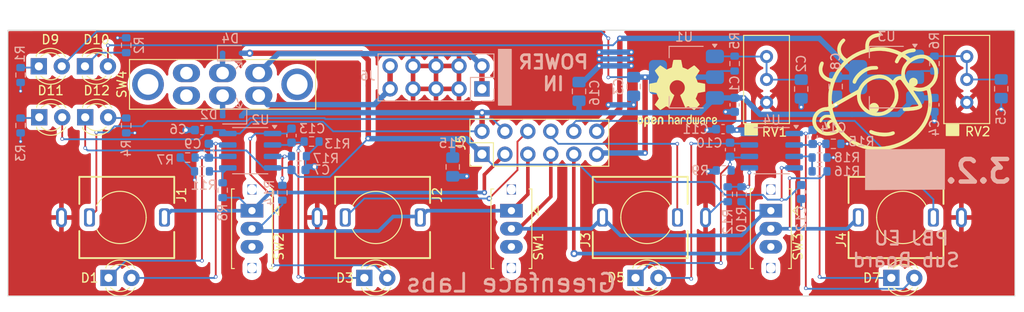
<source format=kicad_pcb>
(kicad_pcb (version 20240108) (generator "pcbnew") (generator_version "8.0")
  (title_block (title "PBJ EU Sub") (rev "3.2"))
  (layers (0 "F.Cu" signal) (31 "B.Cu" signal) (34 "B.Paste" user) (35 "F.Paste" user) (36 "B.SilkS" user "B.Silkscreen") (37 "F.SilkS" user "F.Silkscreen") (38 "B.Mask" user) (39 "F.Mask" user) (44 "Edge.Cuts" user))
  (net 0 "")
  (net 1 "GND")
  (net 2 "Tip1")
  (net 3 "SW1")
  (net 4 "Tip2")
  (net 5 "SW2")
  (net 6 "Tip3")
  (net 7 "SW3")
  (net 8 "Tip4")
  (net 9 "SW4")
  (net 10 "Net-(U1-ADJ)")
  (net 11 "Net-(U3-ADJ)")
  (net 12 "Net-(D1-KA)")
  (net 13 "Net-(D1-AK)")
  (net 14 "A Rail")
  (net 15 "Net-(D5-AK)")
  (net 16 "B Rail")
  (net 17 "Net-(D5-KA)")
  (net 18 "+12V")
  (net 19 "-12V")
  (net 20 "Net-(D3-KA)")
  (net 21 "Net-(D3-AK)")
  (net 22 "Net-(D7-AK)")
  (net 23 "Net-(D7-KA)")
  (net 24 "Net-(D9-K)")
  (net 25 "Net-(D10-K)")
  (net 26 "Net-(D11-K)")
  (net 27 "Net-(D12-A)")
  (net 28 "Net-(J6-Pin_10)")
  (net 29 "Net-(J6-Pin_1)")
  (net 30 "Net-(U2B-+)")
  (net 31 "Net-(U4B-+)")
  (net 32 "Net-(U2A-+)")
  (net 33 "Net-(U4A-+)")
  (net 39 "Net-(D2-A)")
  (net 40 "Net-(D4-K)")
  (footprint "greenface:Jack_3.5mm_QingPu_WQP-PJ398SM_Vertical" (layer "F.Cu") (at 52.4 140.75 -90)
    (property "Reference" "J1")
    (property "Value" "Thonk 3.5mm Jack")
  )
  (footprint "greenface:SW_Slide_EG1248" (layer "F.Cu") (at 67 142 -90)
    (property "Reference" "SW2")
    (property "Value" "SW_SPDT")
  )
  (footprint "Symbol:OSHW-Logo2_9.8x8mm_SilkScreen" (layer "F.Cu") (at 114.046 127)
    (property "Reference" "GR2" (hide yes))
    (property "Value" "OSWF_logo" (hide yes))
  )
  (footprint "Connector_PinHeader_2.54mm:PinHeader_2x06_P2.54mm_Vertical" (layer "F.Cu") (at 92.44 133.74 90)
    (property "Reference" "J5")
    (property "Value" "Conn_02x06_Odd_Even")
  )
  (footprint "LED_THT:LED_D3.0mm" (layer "F.Cu") (at 51.13 147.45)
    (property "Reference" "D1")
    (property "Value" "LED_RG")
  )
  (footprint "Potentiometer_THT:Potentiometer_Bourns_3296W_Vertical" (layer "F.Cu") (at 146.078 128 -90)
    (property "Reference" "RV2")
    (property "Value" "5K")
  )
  (footprint "LED_THT:LED_D3.0mm" (layer "F.Cu") (at 48.55 129.65)
    (property "Reference" "D12")
    (property "Value" "BLUE LED")
  )
  (footprint "LED_THT:LED_D3.0mm" (layer "F.Cu") (at 48.525 124)
    (property "Reference" "D10")
    (property "Value" "YELLOW LED")
  )
  (footprint "LED_THT:LED_D3.0mm" (layer "F.Cu") (at 43.465 129.65)
    (property "Reference" "D11")
    (property "Value" "RED LED")
  )
  (footprint "greenface:Jack_3.5mm_QingPu_WQP-PJ398SM_Vertical" (layer "F.Cu") (at 110.7 140.75 90)
    (property "Reference" "J3")
    (property "Value" "Thonk 3.5mm Jack")
  )
  (footprint "greenface:Jack_3.5mm_QingPu_WQP-PJ398SM_Vertical" (layer "F.Cu") (at 80.7 140.75 -90)
    (property "Reference" "J2")
    (property "Value" "Thonk 3.5mm Jack")
  )
  (footprint "greenface:SW_Slide_EG1248" (layer "F.Cu") (at 124.4 142 -90)
    (property "Reference" "SW3")
    (property "Value" "SW_SPDT")
  )
  (footprint "greenface:Jack_3.5mm_QingPu_WQP-PJ398SM_Vertical" (layer "F.Cu") (at 139 140.75 90)
    (property "Reference" "J4")
    (property "Value" "Thonk 3.5mm Jack")
  )
  (footprint "Potentiometer_THT:Potentiometer_Bourns_3296W_Vertical" (layer "F.Cu") (at 123.928 128 -90)
    (property "Reference" "RV1")
    (property "Value" "5K")
  )
  (footprint "greenface:SW_Slide_EG1248" (layer "F.Cu") (at 95.7 142 -90)
    (property "Reference" "SW1")
    (property "Value" "SW_SPDT")
  )
  (footprint "LED_THT:LED_D3.0mm" (layer "F.Cu") (at 43.42 124)
    (property "Reference" "D9")
    (property "Value" "GREEN LED")
  )
  (footprint "LED_THT:LED_D3.0mm" (layer "F.Cu") (at 137.73 147.45)
    (property "Reference" "D7")
    (property "Value" "LED_RG")
  )
  (footprint "greenface:MFS201N−9−Z" (layer "F.Cu") (at 63.75 126)
    (property "Reference" "SW4")
    (property "Value" "MFS201N-9-Z")
  )
  (footprint "LED_THT:LED_D3.0mm" (layer "F.Cu") (at 79.43 147.45)
    (property "Reference" "D3")
    (property "Value" "LED_RG")
  )
  (footprint "panel:small_face" (layer "F.Cu") (at 135.89 127.254)
    (property "Reference" "GR1" (hide yes))
    (property "Value" "small_logo" (hide yes))
  )
  (footprint "LED_THT:LED_D3.0mm" (layer "F.Cu") (at 109.43 147.45)
    (property "Reference" "D5")
    (property "Value" "LED_RG")
  )
  (footprint "Resistor_SMD:R_0603_1608Metric" (layer "B.Cu") (at 131.318 132.588 180)
    (property "Reference" "R15")
    (property "Value" "510")
  )
  (footprint "Resistor_SMD:R_0603_1608Metric" (layer "B.Cu") (at 53.086 121.666 90)
    (property "Reference" "R2")
    (property "Value" "620")
  )
  (footprint "Capacitor_SMD:C_0805_2012Metric_Pad1.18x1.45mm_HandSolder" (layer "B.Cu") (at 89.21 135.15 -90)
    (property "Reference" "C15")
    (property "Value" "22uF")
  )
  (footprint "Resistor_SMD:R_0603_1608Metric" (layer "B.Cu") (at 70.358 138.013 -90)
    (property "Reference" "R14")
    (property "Value" "1M")
  )
  (footprint "Package_TO_SOT_SMD:SOT-223-3_TabPin2" (layer "B.Cu") (at 137.208 125.2 180)
    (property "Reference" "U3")
    (property "Value" "LM317")
  )
  (footprint "Capacitor_SMD:C_0603_1608Metric" (layer "B.Cu") (at 142.494 128.27 -90)
    (property "Reference" "C4")
    (property "Value" "100nF")
  )
  (footprint "Resistor_SMD:R_0603_1608Metric" (layer "B.Cu") (at 119.189 135.536)
    (property "Reference" "R9")
    (property "Value" "510")
  )
  (footprint "Capacitor_SMD:C_0805_2012Metric_Pad1.18x1.45mm_HandSolder" (layer "B.Cu") (at 109.22 126.238 -90)
    (property "Reference" "C3")
    (property "Value" "22uF")
  )
  (footprint "Diode_SMD:D_SOD-323" (layer "B.Cu") (at 64.7925 122.55)
    (property "Reference" "D4")
    (property "Value" "1N5819WS")
  )
  (footprint "Resistor_SMD:R_0603_1608Metric" (layer "B.Cu") (at 41.402 124.968 90)
    (property "Reference" "R1")
    (property "Value" "620")
  )
  (footprint "Capacitor_SMD:C_0603_1608Metric" (layer "B.Cu") (at 120.396 128.27 -90)
    (property "Reference" "C1")
    (property "Value" "100nF")
  )
  (footprint "Resistor_SMD:R_0603_1608Metric" (layer "B.Cu") (at 53.086 130.556 -90)
    (property "Reference" "R4")
    (property "Value" "2.2K")
  )
  (footprint "Capacitor_SMD:C_0805_2012Metric_Pad1.18x1.45mm_HandSolder" (layer "B.Cu") (at 103.18 126.78 -90)
    (property "Reference" "C16")
    (property "Value" "22uF")
  )
  (footprint "Resistor_SMD:R_0603_1608Metric" (layer "B.Cu") (at 129.794 135.636)
    (property "Reference" "R16")
    (property "Value" "1M")
  )
  (footprint "Capacitor_SMD:C_0805_2012Metric_Pad1.18x1.45mm_HandSolder" (layer "B.Cu") (at 131.572 126.238 -90)
    (property "Reference" "C8")
    (property "Value" "22uF")
  )
  (footprint "Resistor_SMD:R_0603_1608Metric" (layer "B.Cu") (at 63.754 137.731 -90)
    (property "Reference" "R8")
    (property "Value" "1M")
  )
  (footprint "Package_TO_SOT_SMD:SOT-223-3_TabPin2" (layer "B.Cu") (at 115.062 125.2 180)
    (property "Reference" "U1")
    (property "Value" "LM317")
  )
  (footprint "Connector_PinHeader_2.54mm:PinHeader_2x05_P2.54mm_Vertical" (layer "B.Cu") (at 92.44 126.5 90)
    (property "Reference" "J6")
    (property "Value" "Conn_02x05_Odd_Even")
  )
  (footprint "Capacitor_SMD:C_0603_1608Metric" (layer "B.Cu") (at 72.149 135.482 180)
    (property "Reference" "C7")
    (property "Value" "100nF")
  )
  (footprint "Resistor_SMD:R_0603_1608Metric" (layer "B.Cu") (at 61.468 135.636 180)
    (property "Reference" "R11")
    (property "Value" "1M")
  )
  (footprint "Package_SO:SOIC-8_3.9x4.9mm_P1.27mm" (layer "B.Cu") (at 66.802 133.35 180)
    (property "Reference" "U2")
    (property "Value" "TL072CDR")
  )
  (footprint "Capacitor_SMD:C_0603_1608Metric" (layer "B.Cu") (at 127.762 137.922 90)
    (property "Reference" "C12")
    (property "Value" "100nF")
  )
  (footprint "Capacitor_SMD:C_0603_1608Metric" (layer "B.Cu") (at 62.23 133.35 90)
    (property "Reference" "C9")
    (property "Value" "10nF")
  )
  (footprint "Resistor_SMD:R_0603_1608Metric" (layer "B.Cu") (at 73.597 132.334 180)
    (property "Reference" "R13")
    (property "Value" "510")
  )
  (footprint "Diode_SMD:D_SOD-323" (layer "B.Cu") (at 64.8075 129.54 180)
    (property "Reference" "D2")
    (property "Value" "1N5819WS")
  )
  (footprint "Resistor_SMD:R_0603_1608Metric" (layer "B.Cu") (at 142.498 123.698 90)
    (property "Reference" "R6")
    (property "Value" "620")
  )
  (footprint "Capacitor_SMD:C_0603_1608Metric" (layer "B.Cu") (at 61.455 131.064 180)
    (property "Reference" "C6")
    (property "Value" "100nF")
  )
  (footprint "Resistor_SMD:R_0603_1608Metric" (layer "B.Cu") (at 59.881 134.112)
    (property "Reference" "R7")
    (property "Value" "510")
  )
  (footprint "Capacitor_SMD:C_0603_1608Metric" (layer "B.Cu") (at 119.113 130.964 180)
    (property "Reference" "C11")
    (property "Value" "100nF")
  )
  (footprint "Resistor_SMD:R_0603_1608Metric" (layer "B.Cu") (at 119.634 138.176 -90)
    (property "Reference" "R12")
    (property "Value" "1M")
  )
  (footprint "Resistor_SMD:R_0603_1608Metric" (layer "B.Cu") (at 72.199 133.958)
    (property "Reference" "R17")
    (property "Value" "1M")
  )
  (footprint "Capacitor_SMD:C_0603_1608Metric" (layer "B.Cu") (at 129.032 131.826 90)
    (property "Reference" "C14")
    (property "Value" "10nF")
  )
  (footprint "Resistor_SMD:R_0603_1608Metric" (layer "B.Cu") (at 120.396 123.698 90)
    (property "Reference" "R5")
    (property "Value" "620")
  )
  (footprint "Capacitor_SMD:C_0603_1608Metric" (layer "B.Cu") (at 119.888 133.237 90)
    (property "Reference" "C10")
    (property "Value" "10nF")
  )
  (footprint "Package_SO:SOIC-8_3.9x4.9mm_P1.27mm" (layer "B.Cu") (at 124.5 133.35 180)
    (property "Reference" "U4")
    (property "Value" "TL072CDR")
  )
  (footprint "Capacitor_SMD:C_0603_1608Metric" (layer "B.Cu") (at 71.374 131.672 90)
    (property "Reference" "C13")
    (property "Value" "10nF")
  )
  (footprint "Capacitor_SMD:C_0805_2012Metric_Pad1.18x1.45mm_HandSolder" (layer "B.Cu") (at 149.888 126.492 -90)
    (property "Reference" "C5")
    (property "Value" "10uF")
  )
  (footprint "Resistor_SMD:R_0603_1608Metric" (layer "B.Cu") (at 129.794 134.112)
    (property "Reference" "R18")
    (property "Value" "1M")
  )
  (footprint "Resistor_SMD:R_0603_1608Metric" (layer "B.Cu") (at 41.402 130.556 -90)
    (property "Reference" "R3")
    (property "Value" "2.2K")
  )
  (footprint "Capacitor_SMD:C_0805_2012Metric_Pad1.18x1.45mm_HandSolder" (layer "B.Cu") (at 127.762 126.5135 -90)
    (property "Reference" "C2")
    (property "Value" "10uF")
  )
  (footprint "Resistor_SMD:R_0603_1608Metric" (layer "B.Cu") (at 121.158 138.176 -90)
    (property "Reference" "R10")
    (property "Value" "1M")
  )
  (gr_line (start 65.72 128.61) (end 65.93 128.14) (stroke (width 0.12)) (layer "B.SilkS"))
  (gr_line (start 65.225 124.265) (end 65.845 123.625) (stroke (width 0.12)) (layer "B.SilkS"))
  (gr_line (start 65.835 123.605) (end 65.33 123.6) (stroke (width 0.12)) (layer "B.SilkS"))
  (gr_line (start 65.29 127.52) (end 65.72 128.61) (stroke (width 0.12)) (layer "B.SilkS"))
  (gr_rect (start 94.27 122.13) (end 95.68 128.3) (stroke (width 0.12)) (fill solid) (layer "B.SilkS"))
  (gr_line (start 65.875 123.615) (end 65.87 124.07) (stroke (width 0.12)) (layer "B.SilkS"))
  (gr_poly (pts (xy 143.606088 137.614055) (xy 134.874 137.668) (xy 134.883713 133.249644) (xy 143.615801 133.195699)) (stroke (width 0.1)) (fill solid) (layer "B.SilkS"))
  (gr_line (start 65.72 128.61) (end 65.19 128.38) (stroke (width 0.12)) (layer "B.SilkS"))
  (gr_rect (start 143.81 130.45) (end 145.19 131.67) (stroke (width 0.12)) (fill solid) (layer "F.SilkS"))
  (gr_rect (start 121.53 130.39) (end 122.91 131.61) (stroke (width 0.12)) (fill solid) (layer "F.SilkS"))
  (gr_rect (start 40 120) (end 151.4 149.45) (stroke (width 0.1)) (fill none) (layer "Edge.Cuts"))
  (gr_text "3.2." (at 147.32 135.636 0) (layer "B.SilkS") (effects (font (size 2.5 2.5) (thickness 0.5)) (justify mirror)))
  (gr_text "POWER\nIN" (at 100.35 124.74 0) (layer "B.SilkS") (effects (font (size 1.5 1.5) (thickness 0.3)) (justify mirror)))
  (gr_text "Greenface Labs" (at 95.66 148.01 0) (layer "B.SilkS") (effects (font (size 2 2) (thickness 0.3)) (justify mirror)))
  (gr_text "PBJ EU \nSub Board" (at 139.37 144.27 0) (layer "B.SilkS") (effects (font (size 1.5 1.5) (thickness 0.25)) (justify mirror)))
  (via (at 131.318 134.112) (size 0.4) (drill 0.25) (layers "F.Cu" "B.Cu") (net 1))
  (via (at 108.966 123.19) (size 0.6) (drill 0.3) (layers "F.Cu" "B.Cu") (net 1))
  (via (at 142.494 130.048) (size 0.6) (drill 0.3) (layers "F.Cu" "B.Cu") (net 1))
  (via (at 41.402 132.334) (size 0.4) (drill 0.25) (layers "F.Cu" "B.Cu") (net 1))
  (via (at 119.393 129.045) (size 0.6) (drill 0.3) (layers "F.Cu" "B.Cu") (net 1))
  (via (at 41.402 126.746) (size 0.4) (drill 0.25) (layers "F.Cu" "B.Cu") (net 1))
  (via (at 73.914 135.128) (size 0.8) (drill 0.4) (layers "F.Cu" "B.Cu") (net 1))
  (via (at 54.039 131.381) (size 0.4) (drill 0.25) (layers "F.Cu" "B.Cu") (net 1))
  (via (at 59.69 131.064) (size 0.8) (drill 0.4) (layers "F.Cu" "B.Cu") (net 1))
  (via (at 105.41 122.428) (size 0.6) (drill 0.3) (layers "F.Cu" "B.Cu") (net 1))
  (via (at 117.348 131.064) (size 0.6) (drill 0.3) (layers "F.Cu" "B.Cu") (net 1))
  (via (at 105.41 123.952) (size 0.6) (drill 0.3) (layers "F.Cu" "B.Cu") (net 1))
  (via (at 117.475 135.636) (size 0.6) (drill 0.3) (layers "F.Cu" "B.Cu") (net 1))
  (via (at 127.762 139.7) (size 0.4) (drill 0.25) (layers "F.Cu" "B.Cu") (net 1))
  (via (at 131.572 128.27) (size 0.6) (drill 0.3) (layers "F.Cu" "B.Cu") (net 1))
  (via (at 149.888 128.75) (size 0.6) (drill 0.3) (layers "F.Cu" "B.Cu") (net 1))
  (via (at 60.643 136.589) (size 0.4) (drill 0.25) (layers "F.Cu" "B.Cu") (net 1))
  (via (at 109.22 128.27) (size 0.6) (drill 0.3) (layers "F.Cu" "B.Cu") (net 1))
  (via (at 127.762 128.524) (size 0.6) (drill 0.3) (layers "F.Cu" "B.Cu") (net 1))
  (via (at 105.41 123.19) (size 0.6) (drill 0.3) (layers "F.Cu" "B.Cu") (net 1))
  (via (at 108.966 123.952) (size 0.6) (drill 0.3) (layers "F.Cu" "B.Cu") (net 1))
  (via (at 106.426 128.27) (size 0.6) (drill 0.3) (layers "F.Cu" "B.Cu") (net 1))
  (via (at 52.133 120.841) (size 0.4) (drill 0.25) (layers "F.Cu" "B.Cu") (net 1))
  (via (at 90.76 136.18) (size 0.6) (drill 0.3) (layers "F.Cu" "B.Cu") (net 1))
  (via (at 132.842 132.588) (size 0.4) (drill 0.25) (layers "F.Cu" "B.Cu") (net 1))
  (via (at 108.966 122.428) (size 0.6) (drill 0.3) (layers "F.Cu" "B.Cu") (net 1))
  (segment (start 59.056 134.112) (end 59.119 134.112) (width 0.2) (layer "B.Cu") (net 1))
  (segment (start 118.338 131.064) (end 117.348 131.064) (width 0.6) (layer "B.Cu") (net 1))
  (segment (start 149.888 127.5295) (end 149.888 128.75) (width 0.2) (layer "B.Cu") (net 1))
  (segment (start 105.41 123.19) (end 108.966 123.19) (width 0.6) (layer "B.Cu") (net 1))
  (segment (start 74.168 132.814) (end 73.024 133.958) (width 0.2) (layer "B.Cu") (net 1))
  (segment (start 60.68 131.064) (end 59.69 131.064) (width 0.6) (layer "B.Cu") (net 1))
  (segment (start 120.396 129.045) (end 119.393 129.045) (width 0.6) (layer "B.Cu") (net 1))
  (segment (start 89.21 136.1875) (end 90.7525 136.1875) (width 0.6) (layer "B.Cu") (net 1))
  (segment (start 53.086 131.381) (end 54.039 131.381) (width 0.2) (layer "B.Cu") (net 1))
  (segment (start 131.572 127.2755) (end 131.572 128.27) (width 0.6) (layer "B.Cu") (net 1))
  (segment (start 119.634 139.001) (end 118.929 139.001) (width 0.2) (layer "B.Cu") (net 1))
  (segment (start 118.929 139.001) (end 117.18 140.75) (width 0.2) (layer "B.Cu") (net 1))
  (segment (start 109.22 127.2755) (end 109.22 128.27) (width 0.6) (layer "B.Cu") (net 1))
  (segment (start 117.475 135.636) (end 118.364 135.636) (width 0.6) (layer "B.Cu") (net 1))
  (segment (start 59.119 134.112) (end 60.643 135.636) (width 0.2) (layer "B.Cu") (net 1))
  (segment (start 90.7525 136.1875) (end 90.76 136.18) (width 0.6) (layer "B.Cu") (net 1))
  (segment (start 72.924 135.482) (end 72.924 134.058) (width 0.2) (layer "B.Cu") (net 1))
  (segment (start 127.762 127.551) (end 127.762 128.524) (width 0.6) (layer "B.Cu") (net 1))
  (segment (start 132.143 132.588) (end 132.842 132.588) (width 0.2) (layer "B.Cu") (net 1))
  (segment (start 41.402 125.793) (end 41.402 126.746) (width 0.2) (layer "B.Cu") (net 1))
  (segment (start 74.168 132.588) (end 74.168 132.814) (width 0.2) (layer "B.Cu") (net 1))
  (segment (start 103.18 125.7425) (end 103.6195 125.7425) (width 0.6) (layer "B.Cu") (net 1))
  (segment (start 73.178 135.128) (end 73.914 135.128) (width 0.6) (layer "B.Cu") (net 1))
  (segment (start 74.422 132.334) (end 74.168 132.588) (width 0.2) (layer "B.Cu") (net 1))
  (segment (start 41.402 131.381) (end 41.402 132.334) (width 0.2) (layer "B.Cu") (net 1))
  (segment (start 130.619 134.112) (end 131.318 134.112) (width 0.2) (layer "B.Cu") (net 1))
  (segment (start 109.22 128.27) (end 106.426 128.27) (width 0.6) (layer "B.Cu") (net 1))
  (segment (start 60.643 135.636) (end 60.643 136.589) (width 0.2) (layer "B.Cu") (net 1))
  (segment (start 53.086 120.841) (end 52.133 120.841) (width 0.2) (layer "B.Cu") (net 1))
  (segment (start 103.6195 125.7425) (end 105.41 123.952) (width 0.6) (layer "B.Cu") (net 1))
  (segment (start 142.494 129.045) (end 142.494 130.048) (width 0.6) (layer "B.Cu") (net 1))
  (segment (start 105.41 123.952) (end 108.966 123.952) (width 0.6) (layer "B.Cu") (net 1))
  (segment (start 105.41 122.428) (end 108.966 122.428) (width 0.6) (layer "B.Cu") (net 1))
  (segment (start 72.924 135.382) (end 73.178 135.128) (width 0.6) (layer "B.Cu") (net 1))
  (segment (start 127.762 138.697) (end 127.762 139.7) (width 0.2) (layer "B.Cu") (net 1))
  (segment (start 72.924 134.058) (end 73.024 133.958) (width 0.2) (layer "B.Cu") (net 1))
  (segment (start 92.71 137.988) (end 92.71 136.01) (width 0.4) (layer "F.Cu") (net 2))
  (segment (start 92.71 136.01) (end 94.98 133.74) (width 0.4) (layer "F.Cu") (net 2))
  (via (at 92.71 137.988) (size 0.6) (drill 0.3) (layers "F.Cu" "B.Cu") (net 2))
  (segment (start 92.71 137.988) (end 69.012 137.988) (width 0.4) (layer "B.Cu") (net 2))
  (segment (start 57.305 140.765) (end 57.32 140.75) (width 0.2) (layer "B.Cu") (net 2))
  (segment (start 58.07 140) (end 67 140) (width 0.4) (layer "B.Cu") (net 2))
  (segment (start 56.9025 140.3325) (end 57.32 140.75) (width 0.4) (layer "B.Cu") (net 2))
  (segment (start 69.012 137.988) (end 67 140) (width 0.4) (layer "B.Cu") (net 2))
  (segment (start 65.556 138.556) (end 67 140) (width 0.2) (layer "B.Cu") (net 2))
  (segment (start 63.754 138.556) (end 65.556 138.556) (width 0.2) (layer "B.Cu") (net 2))
  (segment (start 57.32 140.75) (end 58.07 140) (width 0.4) (layer "B.Cu") (net 2))
  (segment (start 49.784 139.986) (end 49.784 131.318) (width 0.2) (layer "F.Cu") (net 3))
  (segment (start 49.02 140.75) (end 49.784 139.986) (width 0.2) (layer "F.Cu") (net 3))
  (via (at 49.784 131.318) (size 0.4) (drill 0.25) (layers "F.Cu" "B.Cu") (net 3))
  (segment (start 55.457893 130.065) (end 66.473314 130.065) (width 0.2) (layer "B.Cu") (net 3))
  (segment (start 54.882893 130.64) (end 55.457893 130.065) (width 0.2) (layer "B.Cu") (net 3))
  (segment (start 49.02 140.75) (end 49.02 140.58) (width 0.2) (layer "B.Cu") (net 3))
  (segment (start 75.027843 129.742157) (end 75.125686 129.84) (width 0.2) (layer "B.Cu") (net 3))
  (segment (start 51.797057 130.64) (end 54.882893 130.64) (width 0.2) (layer "B.Cu") (net 3))
  (segment (start 66.796157 129.742157) (end 75.027843 129.742157) (width 0.2) (layer "B.Cu") (net 3))
  (segment (start 49.784 131.318) (end 51.119057 131.318) (width 0.2) (layer "B.Cu") (net 3))
  (segment (start 66.473314 130.065) (end 66.796157 129.742157) (width 0.2) (layer "B.Cu") (net 3))
  (segment (start 51.119057 131.318) (end 51.797057 130.64) (width 0.2) (layer "B.Cu") (net 3))
  (segment (start 93.62 129.84) (end 94.98 131.2) (width 0.2) (layer "B.Cu") (net 3))
  (segment (start 75.125686 129.84) (end 93.62 129.84) (width 0.2) (layer "B.Cu") (net 3))
  (segment (start 97.52 138.18) (end 97.52 133.74) (width 0.4) (layer "F.Cu") (net 4))
  (segment (start 95.7 140) (end 97.52 138.18) (width 0.4) (layer "F.Cu") (net 4))
  (segment (start 67 142) (end 67.696 142) (width 0.2) (layer "B.Cu") (net 4))
  (segment (start 85.62 140.75) (end 86.37 140) (width 0.4) (layer "B.Cu") (net 4))
  (segment (start 67 142) (end 67.25 142.25) (width 0.4) (layer "B.Cu") (net 4))
  (segment (start 81.0125 142.25) (end 82.62 140.6425) (width 0.4) (layer "B.Cu") (net 4))
  (segment (start 85.5125 140.6425) (end 85.62 140.75) (width 0.4) (layer "B.Cu") (net 4))
  (segment (start 67.25 142.25) (end 81.0125 142.25) (width 0.4) (layer "B.Cu") (net 4))
  (segment (start 67.696 142) (end 70.358 139.338) (width 0.2) (layer "B.Cu") (net 4))
  (segment (start 70.358 139.338) (end 70.358 138.938) (width 0.2) (layer "B.Cu") (net 4))
  (segment (start 86.37 140) (end 95.7 140) (width 0.4) (layer "B.Cu") (net 4))
  (segment (start 82.62 140.6425) (end 85.5125 140.6425) (width 0.4) (layer "B.Cu") (net 4))
  (segment (start 96.37 135.502918) (end 93.25 138.622918) (width 0.2) (layer "F.Cu") (net 5))
  (segment (start 96.37 132.35) (end 96.37 135.502918) (width 0.2) (layer "F.Cu") (net 5))
  (segment (start 97.52 131.2) (end 96.37 132.35) (width 0.2) (layer "F.Cu") (net 5))
  (segment (start 93.25 138.622918) (end 93.25 138.65) (width 0.2) (layer "F.Cu") (net 5))
  (via (at 93.25 138.65) (size 0.6) (drill 0.3) (layers "F.Cu" "B.Cu") (net 5))
  (segment (start 93.25 138.65) (end 93.270489 138.629511) (width 0.2) (layer "B.Cu") (net 5))
  (segment (start 79.42 138.65) (end 93.25 138.65) (width 0.2) (layer "B.Cu") (net 5))
  (segment (start 77.32 140.75) (end 79.42 138.65) (width 0.2) (layer "B.Cu") (net 5))
  (segment (start 105.78 140.02) (end 105.78 140.75) (width 0.2) (layer "F.Cu") (net 6))
  (segment (start 95.7 142) (end 96.5 142) (width 0.4) (layer "F.Cu") (net 6))
  (segment (start 100.06 138.44) (end 100.06 133.74) (width 0.4) (layer "F.Cu") (net 6))
  (segment (start 96.5 142) (end 100.06 138.44) (width 0.4) (layer "F.Cu") (net 6))
  (segment (start 123.9 140) (end 124.4 140) (width 0.4) (layer "B.Cu") (net 6))
  (segment (start 104.53 142) (end 105.78 140.75) (width 0.4) (layer "B.Cu") (net 6))
  (segment (start 110.69 142.74) (end 121.16 142.74) (width 0.4) (layer "B.Cu") (net 6))
  (segment (start 122.157 140) (end 121.158 139.001) (width 0.2) (layer "B.Cu") (net 6))
  (segment (start 124.4 140) (end 122.157 140) (width 0.2) (layer "B.Cu") (net 6))
  (segment (start 107.77 142.74) (end 110.69 142.74) (width 0.4) (layer "B.Cu") (net 6))
  (segment (start 121.16 142.74) (end 123.9 140) (width 0.4) (layer "B.Cu") (net 6))
  (segment (start 105.78 140.75) (end 107.77 142.74) (width 0.4) (layer "B.Cu") (net 6))
  (segment (start 95.7 142) (end 104.53 142) (width 0.4) (layer "B.Cu") (net 6))
  (segment (start 114.046 132.588) (end 114.05 140.72) (width 0.2) (layer "F.Cu") (net 7))
  (via (at 114.046 132.588) (size 0.4) (drill 0.25) (layers "F.Cu" "B.Cu") (net 7))
  (segment (start 99.5 131.2) (end 100.890489 132.590489) (width 0.2) (layer "B.Cu") (net 7))
  (segment (start 100.890489 132.590489) (end 114.046 132.588) (width 0.2) (layer "B.Cu") (net 7))
  (segment (start 114.05 140.72) (end 114.08 140.75) (width 0.2) (layer "B.Cu") (net 7))
  (segment (start 126.492 136.398) (end 126.492 142) (width 0.2) (layer "F.Cu") (net 8))
  (segment (start 102.6 133.74) (end 102.6 144.71) (width 0.4) (layer "F.Cu") (net 8))
  (segment (start 102.6 144.71) (end 102.64 144.75) (width 0.4) (layer "F.Cu") (net 8))
  (via (at 126.492 136.398) (size 0.4) (drill 0.25) (layers "F.Cu" "B.Cu") (net 8))
  (via (at 126.492 142) (size 0.4) (drill 0.25) (layers "F.Cu" "B.Cu") (net 8))
  (via (at 102.64 144.75) (size 0.8) (drill 0.4) (layers "F.Cu" "B.Cu") (net 8))
  (segment (start 128.542352 136.397) (end 128.556352 136.411) (width 0.2) (layer "B.Cu") (net 8))
  (segment (start 126.492 136.398) (end 126.493 136.397) (width 0.2) (layer "B.Cu") (net 8))
  (segment (start 121 144.75) (end 123.75 142) (width 0.4) (layer "B.Cu") (net 8))
  (segment (start 129.844 136.411) (end 130.619 135.636) (width 0.2) (layer "B.Cu") (net 8))
  (segment (start 123.75 142) (end 124.4 142) (width 0.4) (layer "B.Cu") (net 8))
  (segment (start 128.556352 136.411) (end 129.844 136.411) (width 0.2) (layer "B.Cu") (net 8))
  (segment (start 132.83 142) (end 134.08 140.75) (width 0.4) (layer "B.Cu") (net 8))
  (segment (start 126.492 142) (end 126.5045 141.9875) (width 0.2) (layer "B.Cu") (net 8))
  (segment (start 126.493 136.397) (end 128.542352 136.397) (width 0.2) (layer "B.Cu") (net 8))
  (segment (start 102.64 144.75) (end 121 144.75) (width 0.4) (layer "B.Cu") (net 8))
  (segment (start 134.085 140.755) (end 134.08 140.75) (width 0.2) (layer "B.Cu") (net 8))
  (segment (start 124.4 142) (end 132.83 142) (width 0.4) (layer "B.Cu") (net 8))
  (segment (start 102.04 130.86) (end 102.04 131.2) (width 0.2) (layer "B.Cu") (net 9))
  (segment (start 133.682733 130.050489) (end 102.849511 130.050489) (width 0.2) (layer "B.Cu") (net 9))
  (segment (start 142.38 138.747756) (end 133.682733 130.050489) (width 0.2) (layer "B.Cu") (net 9))
  (segment (start 142.38 140.75) (end 142.38 138.747756) (width 0.2) (layer "B.Cu") (net 9))
  (segment (start 102.849511 130.050489) (end 102.04 130.86) (width 0.2) (layer "B.Cu") (net 9))
  (segment (start 123.928 125.46) (end 123.936 125.46) (width 0.2) (layer "B.Cu") (net 10))
  (segment (start 120.369 122.9) (end 120.396 122.873) (width 0.2) (layer "B.Cu") (net 10))
  (segment (start 120.888 122.92) (end 123.928 122.92) (width 0.2) (layer "B.Cu") (net 10))
  (segment (start 120.841 122.873) (end 120.888 122.92) (width 0.2) (layer "B.Cu") (net 10))
  (segment (start 123.928 122.92) (end 123.928 125.46) (width 0.2) (layer "B.Cu") (net 10))
  (segment (start 118.212 122.9) (end 120.369 122.9) (width 0.2) (layer "B.Cu") (net 10))
  (segment (start 123.936 125.46) (end 123.952 125.476) (width 0.2) (layer "B.Cu") (net 10))
  (segment (start 123.952 125.476) (end 127.762 125.476) (width 0.2) (layer "B.Cu") (net 10))
  (segment (start 120.396 122.873) (end 120.841 122.873) (width 0.2) (layer "B.Cu") (net 10))
  (segment (start 146.078 125.46) (end 146.078 122.92) (width 0.2) (layer "B.Cu") (net 11))
  (segment (start 142.498 122.873) (end 146.031 122.873) (width 0.2) (layer "B.Cu") (net 11))
  (segment (start 142.471 122.9) (end 142.498 122.873) (width 0.2) (layer "B.Cu") (net 11))
  (segment (start 146.078 125.46) (end 149.8825 125.46) (width 0.2) (layer "B.Cu") (net 11))
  (segment (start 146.031 122.873) (end 146.078 122.92) (width 0.2) (layer "B.Cu") (net 11))
  (segment (start 149.8825 125.46) (end 149.888 125.4545) (width 0.2) (layer "B.Cu") (net 11))
  (segment (start 140.358 122.9) (end 142.471 122.9) (width 0.2) (layer "B.Cu") (net 11))
  (segment (start 61.468 134.112) (end 61.468 145.542) (width 0.2) (layer "F.Cu") (net 12))
  (via (at 61.468 134.112) (size 0.4) (drill 0.25) (layers "F.Cu" "B.Cu") (net 12))
  (via (at 61.468 145.542) (size 0.4) (drill 0.25) (layers "F.Cu" "B.Cu") (net 12))
  (segment (start 61.468 134.112) (end 62.217 134.112) (width 0.2) (layer "B.Cu") (net 12))
  (segment (start 53.038 145.542) (end 61.468 145.542) (width 0.2) (layer "B.Cu") (net 12))
  (segment (start 62.217 134.112) (end 62.23 134.125) (width 0.2) (layer "B.Cu") (net 12))
  (segment (start 60.706 134.112) (end 61.468 134.112) (width 0.2) (layer "B.Cu") (net 12))
  (segment (start 51.13 147.45) (end 53.038 145.542) (width 0.2) (layer "B.Cu") (net 12))
  (segment (start 62.23 134.125) (end 64.187 134.125) (width 0.2) (layer "B.Cu") (net 12))
  (segment (start 64.187 134.125) (end 64.327 133.985) (width 0.2) (layer "B.Cu") (net 12))
  (segment (start 62.992 132.575) (end 62.992 147.32) (width 0.2) (layer "F.Cu") (net 13))
  (via (at 62.992 132.575) (size 0.4) (drill 0.25) (layers "F.Cu" "B.Cu") (net 13))
  (via (at 62.992 147.32) (size 0.4) (drill 0.25) (layers "F.Cu" "B.Cu") (net 13))
  (segment (start 53.67 147.45) (end 62.862 147.45) (width 0.2) (layer "B.Cu") (net 13))
  (segment (start 62.23 132.575) (end 62.992 132.575) (width 0.2) (layer "B.Cu") (net 13))
  (segment (start 62.992 132.575) (end 64.187 132.575) (width 0.2) (layer "B.Cu") (net 13))
  (segment (start 62.862 147.45) (end 62.992 147.32) (width 0.2) (layer "B.Cu") (net 13))
  (segment (start 64.187 132.575) (end 64.327 132.715) (width 0.2) (layer "B.Cu") (net 13))
  (segment (start 106.426 120.904) (end 106.426 125.222) (width 0.2) (layer "F.Cu") (net 14))
  (segment (start 110.49 125.2005) (end 110.49 133.604) (width 0.6) (layer "F.Cu") (net 14))
  (via (at 110.49 133.604) (size 0.6) (drill 0.3) (layers "F.Cu" "B.Cu") (net 14))
  (via (at 110.49 125.2005) (size 0.6) (drill 0.3) (layers "F.Cu" "B.Cu") (net 14))
  (via (at 106.426 125.222) (size 0.4) (drill 0.25) (layers "F.Cu" "B.Cu") (net 14))
  (via (at 106.426 120.904) (size 0.4) (drill 0.25) (layers "F.Cu" "B.Cu") (net 14))
  (segment (start 120.396 124.523) (end 118.889 124.523) (width 0.2) (layer "B.Cu") (net 14))
  (segment (start 105.276 133.604) (end 105.14 133.74) (width 0.6) (layer "B.Cu") (net 14))
  (segment (start 110.49 125.2005) (end 111.9115 125.2005) (width 0.6) (layer "B.Cu") (net 14))
  (segment (start 45.96 124) (end 49.819 120.141) (width 0.2) (layer "B.Cu") (net 14))
  (segment (start 109.22 125.2005) (end 110.49 125.2005) (width 0.6) (layer "B.Cu") (net 14))
  (segment (start 111.912 125.2) (end 118.212 125.2) (width 0.6) (layer "B.Cu") (net 14))
  (segment (start 49.819 120.141) (end 105.663 120.141) (width 0.2) (layer "B.Cu") (net 14))
  (segment (start 106.4475 125.2005) (end 109.22 125.2005) (width 0.2) (layer "B.Cu") (net 14))
  (segment (start 110.49 133.604) (end 105.276 133.604) (width 0.6) (layer "B.Cu") (net 14))
  (segment (start 105.663 120.141) (end 106.426 120.904) (width 0.2) (layer "B.Cu") (net 14))
  (segment (start 118.889 124.523) (end 118.212 125.2) (width 0.2) (layer "B.Cu") (net 14))
  (segment (start 106.426 125.222) (end 106.4475 125.2005) (width 0.2) (layer "B.Cu") (net 14))
  (segment (start 111.9115 125.2005) (end 111.912 125.2) (width 0.6) (layer "B.Cu") (net 14))
  (segment (start 115.596 132.562) (end 115.596 147.548) (width 0.2) (layer "F.Cu") (net 15))
  (via (at 115.596 132.562) (size 0.4) (drill 0.25) (layers "F.Cu" "B.Cu") (net 15))
  (via (at 115.596 147.548) (size 0.4) (drill 0.25) (layers "F.Cu" "B.Cu") (net 15))
  (segment (start 115.498 147.45) (end 115.596 147.548) (width 0.2) (layer "B.Cu") (net 15))
  (segment (start 111.97 147.45) (end 115.498 147.45) (width 0.2) (layer "B.Cu") (net 15))
  (segment (start 119.888 132.562) (end 115.596 132.562) (width 0.2) (layer "B.Cu") (net 15))
  (segment (start 121.872 132.562) (end 122.025 132.715) (width 0.2) (layer "B.Cu") (net 15))
  (segment (start 119.888 132.562) (end 121.872 132.562) (width 0.2) (layer "B.Cu") (net 15))
  (segment (start 51.065 124) (end 51.065 121.677) (width 0.2) (layer "F.Cu") (net 16))
  (segment (start 107.696 128.644) (end 107.696 120.904) (width 0.6) (layer "F.Cu") (net 16))
  (segment (start 105.14 131.2) (end 107.696 128.644) (width 0.6) (layer "F.Cu") (net 16))
  (via (at 107.696 120.904) (size 0.6) (drill 0.3) (layers "F.Cu" "B.Cu") (net 16))
  (via (at 51.065 121.677) (size 0.4) (drill 0.25) (layers "F.Cu" "B.Cu") (net 16))
  (segment (start 134.058 125.2) (end 131.5725 125.2) (width 0.6) (layer "B.Cu") (net 16))
  (segment (start 106.934 121.666) (end 107.696 120.904) (width 0.2) (layer "B.Cu") (net 16))
  (segment (start 51.076 121.666) (end 106.934 121.666) (width 0.2) (layer "B.Cu") (net 16))
  (segment (start 51.065 121.677) (end 51.076 121.666) (width 0.2) (layer "B.Cu") (net 16))
  (segment (start 131.5725 125.2) (end 131.572 125.2005) (width 0.6) (layer "B.Cu") (net 16))
  (segment (start 129.762 120.904) (end 134.058 125.2) (width 0.6) (layer "B.Cu") (net 16))
  (segment (start 107.696 120.904) (end 129.762 120.904) (width 0.6) (layer "B.Cu") (net 16))
  (segment (start 142.498 124.523) (end 141.035 124.523) (width 0.2) (layer "B.Cu") (net 16))
  (segment (start 134.058 125.2) (end 140.358 125.2) (width 0.6) (layer "B.Cu") (net 16))
  (segment (start 141.035 124.523) (end 140.358 125.2) (width 0.2) (layer "B.Cu") (net 16))
  (segment (start 118.872 135.89) (end 118.872 145.796) (width 0.2) (layer "F.Cu") (net 17))
  (segment (start 119.888 134.874) (end 118.872 135.89) (width 0.2) (layer "F.Cu") (net 17))
  (via (at 118.872 145.796) (size 0.4) (drill 0.25) (layers "F.Cu" "B.Cu") (net 17))
  (via (at 119.888 134.874) (size 0.4) (drill 0.25) (layers "F.Cu" "B.Cu") (net 17))
  (segment (start 111.084 145.796) (end 109.43 147.45) (width 0.2) (layer "B.Cu") (net 17))
  (segment (start 118.872 145.796) (end 111.084 145.796) (width 0.2) (layer "B.Cu") (net 17))
  (segment (start 119.888 134.112) (end 119.888 134.874) (width 0.2) (layer "B.Cu") (net 17))
  (segment (start 119.888 134.112) (end 121.898 134.112) (width 0.2) (layer "B.Cu") (net 17))
  (segment (start 119.888 135.51) (end 120.014 135.636) (width 0.2) (layer "B.Cu") (net 17))
  (segment (start 119.888 134.874) (end 119.888 135.51) (width 0.2) (layer "B.Cu") (net 17))
  (segment (start 121.898 134.112) (end 122.025 133.985) (width 0.2) (layer "B.Cu") (net 17))
  (segment (start 121.399 130.569) (end 121.399 127.495) (width 0.6) (layer "F.Cu") (net 18))
  (segment (start 92.456 131.184) (end 92.44 131.2) (width 0.6) (layer "F.Cu") (net 18))
  (segment (start 120.65 131.064) (end 121.399 130.569) (width 0.6) (layer "F.Cu") (net 18))
  (segment (start 92.456 129.14) (end 92.456 131.184) (width 0.6) (layer "F.Cu") (net 18))
  (segment (start 46.005 129.65) (end 46.005 132.049) (width 0.2) (layer "F.Cu") (net 18))
  (via (at 46.005 132.049) (size 0.4) (drill 0.25) (layers "F.Cu" "B.Cu") (net 18))
  (via (at 120.65 131.064) (size 0.6) (drill 0.3) (layers "F.Cu" "B.Cu") (net 18))
  (via (at 92.456 129.14) (size 0.8) (drill 0.4) (layers "F.Cu" "B.Cu") (net 18))
  (via (at 121.399 127.495) (size 0.6) (drill 0.3) (layers "F.Cu" "B.Cu") (net 18))
  (segment (start 62.23 131.064) (end 63.946 131.064) (width 0.2) (layer "B.Cu") (net 18))
  (segment (start 46.037 132.081) (end 46.005 132.049) (width 0.2) (layer "B.Cu") (net 18))
  (segment (start 121.644 131.064) (end 122.025 131.445) (width 0.6) (layer "B.Cu") (net 18))
  (segment (start 121.399 127.495) (end 123.228 129.324) (width 0.6) (layer "B.Cu") (net 18))
  (segment (start 140.358 127.5) (end 142.489 127.5) (width 0.6) (layer "B.Cu") (net 18))
  (segment (start 63.946 131.064) (end 64.327 131.445) (width 0.2) (layer "B.Cu") (net 18))
  (segment (start 75.37 129.14) (end 66.38 129.14) (width 0.6) (layer "B.Cu") (net 18))
  (segment (start 75.98 131.2) (end 74.867 130.147) (width 0.2) (layer "B.Cu") (net 18))
  (segment (start 66.38 129.14) (end 66.1825 129.14) (width 0.6) (layer "B.Cu") (net 18))
  (segment (start 103.18 128.82) (end 103.18 127.8175) (width 0.6) (layer "B.Cu") (net 18))
  (segment (start 119.888 131.064) (end 121.644 131.064) (width 0.6) (layer "B.Cu") (net 18))
  (segment (start 75.98 131.2) (end 92.44 131.2) (width 0.2) (layer "B.Cu") (net 18))
  (segment (start 118.212 127.5) (end 120.391 127.5) (width 0.6) (layer "B.Cu") (net 18))
  (segment (start 138.534 129.324) (end 140.358 127.5) (width 0.6) (layer "B.Cu") (net 18))
  (segment (start 74.867 130.147) (end 66.957 130.147) (width 0.2) (layer "B.Cu") (net 18))
  (segment (start 103.16 129.14) (end 116.572 129.14) (width 0.6) (layer "B.Cu") (net 18))
  (segment (start 142.489 127.5) (end 142.494 127.495) (width 0.6) (layer "B.Cu") (net 18))
  (segment (start 103.16 128.84) (end 103.18 128.82) (width 0.6) (layer "B.Cu") (net 18))
  (segment (start 62.23 131.064) (end 61.213 132.081) (width 0.2) (layer "B.Cu") (net 18))
  (segment (start 116.572 129.14) (end 118.212 127.5) (width 0.6) (layer "B.Cu") (net 18))
  (segment (start 66.957 130.147) (end 65.659 131.445) (width 0.2) (layer "B.Cu") (net 18))
  (segment (start 66.1825 129.14) (end 65.8575 129.465) (width 0.6) (layer "B.Cu") (net 18))
  (segment (start 103.16 129.14) (end 103.16 128.84) (width 0.6) (layer "B.Cu") (net 18))
  (segment (start 123.228 129.324) (end 133.37 129.324) (width 0.6) (layer "B.Cu") (net 18))
  (segment (start 133.37 129.324) (end 138.534 129.324) (width 0.6) (layer "B.Cu") (net 18))
  (segment (start 92.456 129.14) (end 75.37 129.14) (width 0.6) (layer "B.Cu") (net 18))
  (segment (start 65.659 131.445) (end 64.327 131.445) (width 0.2) (layer "B.Cu") (net 18))
  (segment (start 92.456 129.14) (end 103.16 129.14) (width 0.6) (layer "B.Cu") (net 18))
  (segment (start 61.213 132.081) (end 46.037 132.081) (width 0.2) (layer "B.Cu") (net 18))
  (segment (start 120.396 127.495) (end 121.399 127.495) (width 0.6) (layer "B.Cu") (net 18))
  (segment (start 120.391 127.5) (end 120.396 127.495) (width 0.6) (layer "B.Cu") (net 18))
  (segment (start 79.87 131.97) (end 79.84 132) (width 0.6) (layer "F.Cu") (net 19))
  (segment (start 125.595 135.255) (end 125.595 138.77) (width 0.2) (layer "F.Cu") (net 19))
  (segment (start 79.87 123.3) (end 79.87 126.14) (width 0.6) (layer "F.Cu") (net 19))
  (segment (start 79.87 126.14) (end 79.87 131.97) (width 0.6) (layer "F.Cu") (net 19))
  (segment (start 125.595 138.77) (end 125.6 138.775) (width 0.2) (layer "F.Cu") (net 19))
  (segment (start 79.12 122.55) (end 79.87 123.3) (width 0.6) (layer "F.Cu") (net 19))
  (segment (start 48.55 129.65) (end 48.55 133.06) (width 0.2) (layer "F.Cu") (net 19))
  (segment (start 66.75 122.55) (end 79.12 122.55) (width 0.6) (layer "F.Cu") (net 19))
  (via (at 125.6 138.775) (size 0.4) (drill 0.25) (layers "F.Cu" "B.Cu") (net 19))
  (via (at 125.595 135.255) (size 0.4) (drill 0.25) (layers "F.Cu" "B.Cu") (net 19))
  (via (at 48.55 133.06) (size 0.4) (drill 0.25) (layers "F.Cu" "B.Cu") (net 19))
  (via (at 66.75 122.55) (size 0.8) (drill 0.4) (layers "F.Cu" "B.Cu") (net 19))
  (via (at 79.84 132) (size 0.6) (drill 0.3) (layers "F.Cu" "B.Cu") (net 19))
  (segment (start 71.247 135.255) (end 71.374 135.382) (width 0.6) (layer "B.Cu") (net 19))
  (segment (start 89.21 134.1125) (end 89.21 132.05) (width 0.6) (layer "B.Cu") (net 19))
  (segment (start 92.44 133.73) (end 90.72 132.01) (width 0.6) (layer "B.Cu") (net 19))
  (segment (start 90.72 132.02) (end 89.18 132.02) (width 0.6) (layer "B.Cu") (net 19))
  (segment (start 69.277 135.255) (end 71.247 135.255) (width 0.2) (layer "B.Cu") (net 19))
  (segment (start 123.522918 138.25) (end 124.047918 138.775) (width 0.2) (layer "B.Cu") (net 19))
  (segment (start 126.134 138.775) (end 125.6 138.775) (width 0.2) (layer "B.Cu") (net 19))
  (segment (start 79.86 132.02) (end 79.84 132) (width 0.6) (layer "B.Cu") (net 19))
  (segment (start 68.302001 135.255) (end 66.372001 133.325) (width 0.2) (layer "B.Cu") (net 19))
  (segment (start 93.59 134.89) (end 103.184314 134.89) (width 0.2) (layer "B.Cu") (net 19))
  (segment (start 69.277 135.255) (end 68.302001 135.255) (width 0.2) (layer "B.Cu") (net 19))
  (segment (start 72.149 136.257) (end 75.583 136.257) (width 0.2) (layer "B.Cu") (net 19))
  (segment (start 89.21 132.05) (end 89.18 132.02) (width 0.6) (layer "B.Cu") (net 19))
  (segment (start 127.762 137.387) (end 127.762 137.147) (width 0.2) (layer "B.Cu") (net 19))
  (segment (start 105.11299 136.818676) (end 117.914028 136.818676) (width 0.2) (layer "B.Cu") (net 19))
  (segment (start 89.18 132.02) (end 79.86 132.02) (width 0.6) (layer "B.Cu") (net 19))
  (segment (start 66.372001 133.325) (end 48.815 133.325) (width 0.2) (layer "B.Cu") (net 19))
  (segment (start 92.44 133.74) (end 93.59 134.89) (width 0.2) (layer "B.Cu") (net 19))
  (segment (start 117.914028 136.818676) (end 119.345352 138.25) (width 0.2) (layer "B.Cu") (net 19))
  (segment (start 127.762 137.147) (end 126.134 138.775) (width 0.2) (layer "B.Cu") (net 19))
  (segment (start 48.815 133.325) (end 48.55 133.06) (width 0.2) (layer "B.Cu") (net 19))
  (segment (start 65.8425 122.55) (end 66.75 122.55) (width 0.6) (layer "B.Cu") (net 19))
  (segment (start 126.975 135.255) (end 125.595 135.255) (width 0.2) (layer "B.Cu") (net 19))
  (segment (start 103.184314 134.89) (end 105.11299 136.818676) (width 0.2) (layer "B.Cu") (net 19))
  (segment (start 119.345352 138.25) (end 123.522918 138.25) (width 0.2) (layer "B.Cu") (net 19))
  (segment (start 71.374 135.482) (end 72.149 136.257) (width 0.2) (layer "B.Cu") (net 19))
  (segment (start 124.047918 138.775) (end 125.6 138.775) (width 0.2) (layer "B.Cu") (net 19))
  (segment (start 75.583 136.257) (end 79.84 132) (width 0.2) (layer "B.Cu") (net 19))
  (segment (start 72.136 133.35) (end 72.136 147.32) (width 0.2) (layer "F.Cu") (net 20))
  (via (at 72.136 147.32) (size 0.4) (drill 0.25) (layers "F.Cu" "B.Cu") (net 20))
  (via (at 72.136 133.35) (size 0.4) (drill 0.25) (layers "F.Cu" "B.Cu") (net 20))
  (segment (start 71.106 132.715) (end 71.374 132.447) (width 0.2) (layer "B.Cu") (net 20))
  (segment (start 72.136 147.32) (end 72.39 147.32) (width 0.2) (layer "B.Cu") (net 20))
  (segment (start 69.277 132.715) (end 71.106 132.715) (width 0.2) (layer "B.Cu") (net 20))
  (segment (start 71.374 132.447) (end 72.659 132.447) (width 0.2) (layer "B.Cu") (net 20))
  (segment (start 72.52 147.45) (end 79.43 147.45) (width 0.2) (layer "B.Cu") (net 20))
  (segment (start 72.136 132.97) (end 72.136 133.35) (width 0.2) (layer "B.Cu") (net 20))
  (segment (start 72.659 132.447) (end 72.772 132.334) (width 0.2) (layer "B.Cu") (net 20))
  (segment (start 72.772 132.334) (end 72.136 132.97) (width 0.2) (layer "B.Cu") (net 20))
  (segment (start 72.39 147.32) (end 72.52 147.45) (width 0.2) (layer "B.Cu") (net 20))
  (segment (start 66.802 135.974918) (end 69.342 138.514918) (width 0.2) (layer "F.Cu") (net 21))
  (segment (start 69.342 138.514918) (end 69.342 146.05) (width 0.2) (layer "F.Cu") (net 21))
  (segment (start 66.802 132.031471) (end 66.802 135.974918) (width 0.2) (layer "F.Cu") (net 21))
  (via (at 69.342 146.05) (size 0.4) (drill 0.25) (layers "F.Cu" "B.Cu") (net 21))
  (via (at 66.802 132.031471) (size 0.4) (drill 0.25) (layers "F.Cu" "B.Cu") (net 21))
  (segment (start 69.277 131.445) (end 70.826 131.445) (width 0.2) (layer "B.Cu") (net 21))
  (segment (start 69.277 131.445) (end 67.388471 131.445) (width 0.2) (layer "B.Cu") (net 21))
  (segment (start 80.57 146.05) (end 81.97 147.45) (width 0.2) (layer "B.Cu") (net 21))
  (segment (start 67.388471 131.445) (end 66.802 132.031471) (width 0.2) (layer "B.Cu") (net 21))
  (segment (start 70.826 131.445) (end 71.374 130.897) (width 0.2) (layer "B.Cu") (net 21))
  (segment (start 69.342 146.05) (end 80.57 146.05) (width 0.2) (layer "B.Cu") (net 21))
  (segment (start 128.27 131.445) (end 128.27 148.59) (width 0.2) (layer "F.Cu") (net 22))
  (via (at 128.27 131.445) (size 0.4) (drill 0.25) (layers "F.Cu" "B.Cu") (net 22))
  (via (at 128.27 148.59) (size 0.4) (drill 0.25) (layers "F.Cu" "B.Cu") (net 22))
  (segment (start 128.27 148.59) (end 128.33 148.65) (width 0.2) (layer "B.Cu") (net 22))
  (segment (start 128.33 148.65) (end 139.07 148.65) (width 0.2) (layer "B.Cu") (net 22))
  (segment (start 128.27 131.445) (end 128.638 131.445) (width 0.2) (layer "B.Cu") (net 22))
  (segment (start 128.638 131.445) (end 129.032 131.051) (width 0.2) (layer "B.Cu") (net 22))
  (segment (start 126.975 131.445) (end 128.27 131.445) (width 0.2) (layer "B.Cu") (net 22))
  (segment (start 139.07 148.65) (end 140.27 147.45) (width 0.2) (layer "B.Cu") (net 22))
  (segment (start 129.794 132.601) (end 129.794 147.32) (width 0.2) (layer "F.Cu") (net 23))
  (via (at 129.794 132.601) (size 0.4) (drill 0.25) (layers "F.Cu" "B.Cu") (net 23))
  (via (at 129.794 147.32) (size 0.4) (drill 0.25) (layers "F.Cu" "B.Cu") (net 23))
  (segment (start 129.924 147.45) (end 137.73 147.45) (width 0.2) (layer "B.Cu") (net 23))
  (segment (start 130.48 132.601) (end 130.493 132.588) (width 0.2) (layer "B.Cu") (net 23))
  (segment (start 129.794 132.601) (end 130.48 132.601) (width 0.2) (layer "B.Cu") (net 23))
  (segment (start 129.794 147.32) (end 129.924 147.45) (width 0.2) (layer "B.Cu") (net 23))
  (segment (start 126.975 132.715) (end 128.918 132.715) (width 0.2) (layer "B.Cu") (net 23))
  (segment (start 129.032 132.601) (end 129.794 132.601) (width 0.2) (layer "B.Cu") (net 23))
  (segment (start 128.918 132.715) (end 129.032 132.601) (width 0.2) (layer "B.Cu") (net 23))
  (segment (start 41.402 124.143) (end 43.277 124.143) (width 0.2) (layer "B.Cu") (net 24))
  (segment (start 43.277 124.143) (end 43.42 124) (width 0.2) (layer "B.Cu") (net 24))
  (segment (start 53.086 122.491) (end 50.034 122.491) (width 0.2) (layer "B.Cu") (net 25))
  (segment (start 50.034 122.491) (end 48.525 124) (width 0.2) (layer "B.Cu") (net 25))
  (segment (start 43.384 129.731) (end 43.465 129.65) (width 0.2) (layer "B.Cu") (net 26))
  (segment (start 41.402 129.731) (end 43.384 129.731) (width 0.2) (layer "B.Cu") (net 26))
  (segment (start 53.086 129.731) (end 51.171 129.731) (width 0.2) (layer "B.Cu") (net 27))
  (segment (start 51.171 129.731) (end 51.09 129.65) (width 0.2) (layer "B.Cu") (net 27))
  (segment (start 82.28 126.5) (end 82.28 123.96) (width 0.6) (layer "F.Cu") (net 28))
  (segment (start 68.75 128.25) (end 80.04 128.25) (width 0.6) (layer "B.Cu") (net 28))
  (segment (start 82.28 126.5) (end 80.53 128.25) (width 0.6) (layer "B.Cu") (net 28))
  (segment (start 67.75 127.25) (end 68.75 128.25) (width 0.6) (layer "B.Cu") (net 28))
  (segment (start 80.53 128.25) (end 80.04 128.25) (width 0.6) (layer "B.Cu") (net 28))
  (segment (start 92.44 123.96) (end 92.44 126.5) (width 0.6) (layer "F.Cu") (net 29))
  (segment (start 92.44 123.96) (end 91.08 122.6) (width 0.6) (layer "B.Cu") (net 29))
  (segment (start 91.08 122.6) (end 90.84 122.6) (width 0.6) (layer "B.Cu") (net 29))
  (segment (start 69.9 122.6) (end 67.75 124.75) (width 0.6) (layer "B.Cu") (net 29))
  (segment (start 90.84 122.6) (end 69.9 122.6) (width 0.6) (layer "B.Cu") (net 29))
  (segment (start 63.754 135.828) (end 64.327 135.255) (width 0.2) (layer "B.Cu") (net 30))
  (segment (start 63.754 136.906) (end 63.754 135.828) (width 0.2) (layer "B.Cu") (net 30))
  (segment (start 62.293 135.636) (end 63.946 135.636) (width 0.2) (layer "B.Cu") (net 30))
  (segment (start 63.946 135.636) (end 64.327 135.255) (width 0.2) (layer "B.Cu") (net 30))
  (segment (start 122.025 135.785) (end 122.025 137.183) (width 0.2) (layer "F.Cu") (net 31))
  (segment (start 122.025 137.183) (end 121.857 137.351) (width 0.2) (layer "F.Cu") (net 31))
  (via (at 122.025 135.785) (size 0.4) (drill 0.25) (layers "F.Cu" "B.Cu") (net 31))
  (via (at 121.857 137.351) (size 0.4) (drill 0.25) (layers "F.Cu" "B.Cu") (net 31))
  (segment (start 122.025 135.255) (end 122.025 135.785) (width 0.2) (layer "B.Cu") (net 31))
  (segment (start 121.158 137.351) (end 121.857 137.351) (width 0.2) (layer "B.Cu") (net 31))
  (segment (start 119.634 137.351) (end 121.158 137.351) (width 0.2) (layer "B.Cu") (net 31))
  (segment (start 70.612 133.985) (end 70.358 134.239) (width 0.2) (layer "F.Cu") (net 32))
  (segment (start 70.358 134.239) (end 70.358 136.398) (width 0.2) (layer "F.Cu") (net 32))
  (via (at 70.612 133.985) (size 0.4) (drill 0.25) (layers "F.Cu" "B.Cu") (net 32))
  (via (at 70.358 136.398) (size 0.4) (drill 0.25) (layers "F.Cu" "B.Cu") (net 32))
  (segment (start 70.358 136.398) (end 70.358 137.288) (width 0.2) (layer "B.Cu") (net 32))
  (segment (start 71.347 133.985) (end 71.374 133.958) (width 0.2) (layer "B.Cu") (net 32))
  (segment (start 70.612 133.985) (end 71.347 133.985) (width 0.2) (layer "B.Cu") (net 32))
  (segment (start 69.277 133.985) (end 70.612 133.985) (width 0.2) (layer "B.Cu") (net 32))
  (segment (start 126.975 133.985) (end 128.842 133.985) (width 0.2) (layer "B.Cu") (net 33))
  (segment (start 128.969 135.636) (end 128.969 134.112) (width 0.2) (layer "B.Cu") (net 33))
  (segment (start 128.842 133.985) (end 128.969 134.112) (width 0.2) (layer "B.Cu") (net 33))
  (segment (start 63.75 128.78) (end 63.75 129.4575) (width 0.6) (layer "B.Cu") (net 39))
  (segment (start 63.75 129.4575) (end 63.7575 129.465) (width 0.6) (layer "B.Cu") (net 39))
  (segment (start 63.75 127.25) (end 63.75 128.78) (width 0.6) (layer "B.Cu") (net 39))
  (segment (start 63.7425 124.7425) (end 63.75 124.75) (width 0.6) (layer "B.Cu") (net 40))
  (segment (start 63.7425 123.24) (end 63.7425 124.7425) (width 0.6) (layer "B.Cu") (net 40))
  (segment (start 63.7425 122.55) (end 63.7425 123.24) (width 0.6) (layer "B.Cu") (net 40))
  (zone (net 1) (net_name "GND") (layer "F.Cu") (connect_pads (clearance 0.508)) (min_thickness 0.254) (fill yes (thermal_gap 0.508) (thermal_bridge_width 0.508))
    (polygon (pts (xy 151.4 149.45) (xy 40 149.45) (xy 40.05 120.1) (xy 151.35 120.05)))
  )
)
</source>
